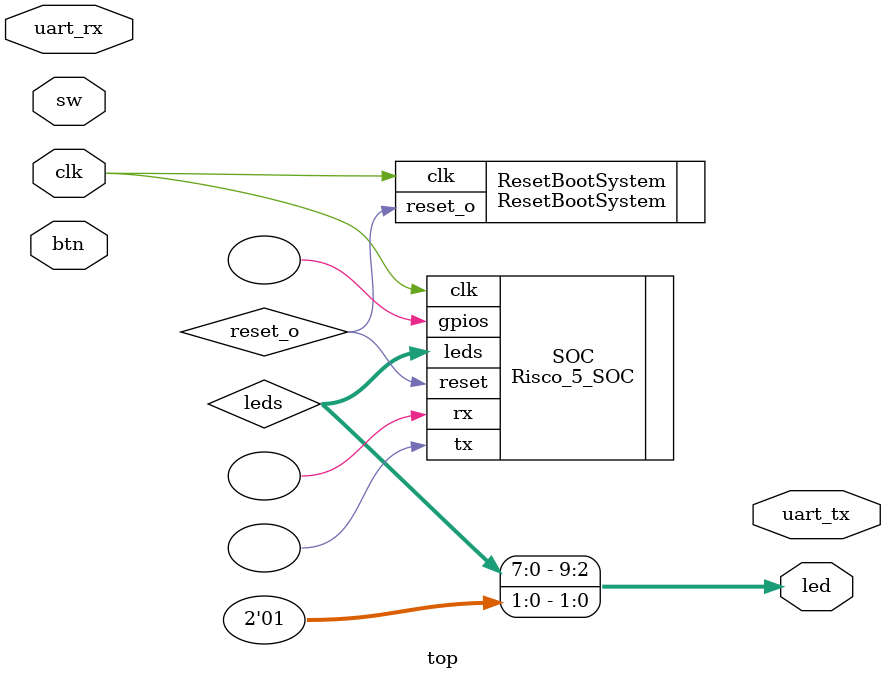
<source format=v>
module top (
    input wire clk, // 50mhz clock
    input wire [3:0] btn,
    input wire [9:0] sw,
    input wire uart_rx,
    output wire uart_tx,
    output wire [9:0] led
);

wire reset_o;

wire [7:0]leds;

assign led = {leds, 2'b01};

ResetBootSystem #(
    .CYCLES(20)
) ResetBootSystem(
    .clk(clk),
    .reset_o(reset_o)
);

Risco_5_SOC #(
    .CLOCK_FREQ(50000000),
    .BIT_RATE(115200),
    .MEMORY_SIZE(2048),
    .MEMORY_FILE("../../software/memory/teste_uart_fpga.hex"),
    .GPIO_WIDHT(6),
    .UART_BUFFER_SIZE(16)
) SOC(
    .clk(clk),
    .reset(reset_o),
    .leds(leds),
    .rx(),
    .tx(),
    .gpios()
);

    
endmodule
</source>
